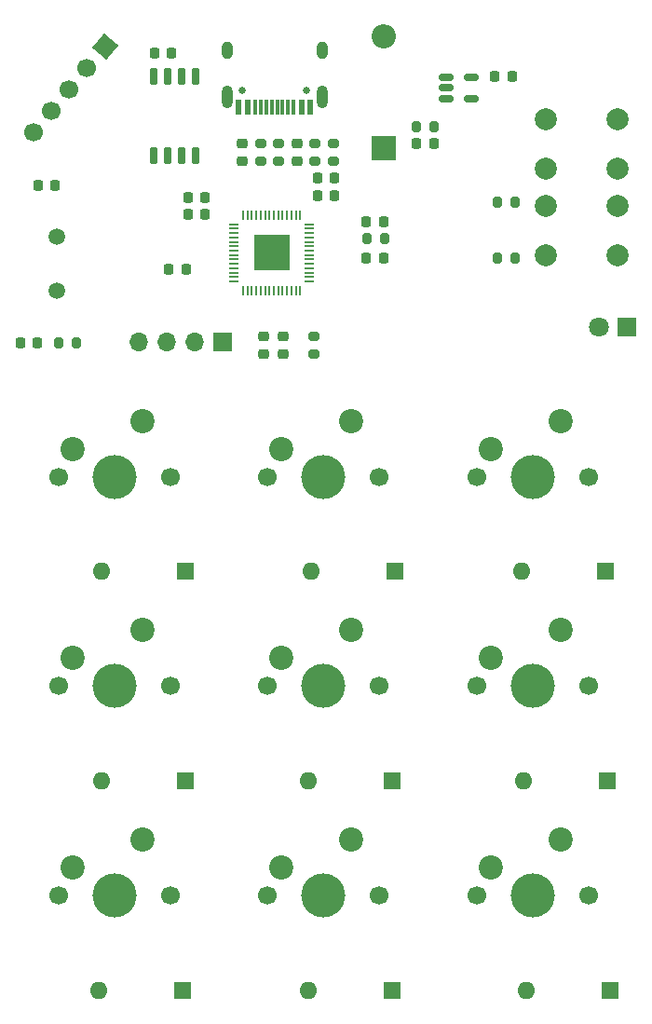
<source format=gbr>
%TF.GenerationSoftware,KiCad,Pcbnew,(6.99.0-4059-gb058ef2d87)*%
%TF.CreationDate,2022-11-01T12:36:00-04:00*%
%TF.ProjectId,rp2040_keyboard,72703230-3430-45f6-9b65-79626f617264,rev?*%
%TF.SameCoordinates,Original*%
%TF.FileFunction,Soldermask,Top*%
%TF.FilePolarity,Negative*%
%FSLAX46Y46*%
G04 Gerber Fmt 4.6, Leading zero omitted, Abs format (unit mm)*
G04 Created by KiCad (PCBNEW (6.99.0-4059-gb058ef2d87)) date 2022-11-01 12:36:00*
%MOMM*%
%LPD*%
G01*
G04 APERTURE LIST*
G04 Aperture macros list*
%AMRoundRect*
0 Rectangle with rounded corners*
0 $1 Rounding radius*
0 $2 $3 $4 $5 $6 $7 $8 $9 X,Y pos of 4 corners*
0 Add a 4 corners polygon primitive as box body*
4,1,4,$2,$3,$4,$5,$6,$7,$8,$9,$2,$3,0*
0 Add four circle primitives for the rounded corners*
1,1,$1+$1,$2,$3*
1,1,$1+$1,$4,$5*
1,1,$1+$1,$6,$7*
1,1,$1+$1,$8,$9*
0 Add four rect primitives between the rounded corners*
20,1,$1+$1,$2,$3,$4,$5,0*
20,1,$1+$1,$4,$5,$6,$7,0*
20,1,$1+$1,$6,$7,$8,$9,0*
20,1,$1+$1,$8,$9,$2,$3,0*%
%AMHorizOval*
0 Thick line with rounded ends*
0 $1 width*
0 $2 $3 position (X,Y) of the first rounded end (center of the circle)*
0 $4 $5 position (X,Y) of the second rounded end (center of the circle)*
0 Add line between two ends*
20,1,$1,$2,$3,$4,$5,0*
0 Add two circle primitives to create the rounded ends*
1,1,$1,$2,$3*
1,1,$1,$4,$5*%
%AMRotRect*
0 Rectangle, with rotation*
0 The origin of the aperture is its center*
0 $1 length*
0 $2 width*
0 $3 Rotation angle, in degrees counterclockwise*
0 Add horizontal line*
21,1,$1,$2,0,0,$3*%
G04 Aperture macros list end*
%ADD10C,2.000000*%
%ADD11C,1.700000*%
%ADD12C,4.000000*%
%ADD13C,2.200000*%
%ADD14RoundRect,0.225000X-0.225000X-0.250000X0.225000X-0.250000X0.225000X0.250000X-0.225000X0.250000X0*%
%ADD15RoundRect,0.225000X0.225000X0.250000X-0.225000X0.250000X-0.225000X-0.250000X0.225000X-0.250000X0*%
%ADD16R,1.600000X1.600000*%
%ADD17O,1.600000X1.600000*%
%ADD18R,2.200000X2.200000*%
%ADD19O,2.200000X2.200000*%
%ADD20RoundRect,0.200000X0.200000X0.275000X-0.200000X0.275000X-0.200000X-0.275000X0.200000X-0.275000X0*%
%ADD21C,0.650000*%
%ADD22R,0.600000X1.450000*%
%ADD23R,0.300000X1.450000*%
%ADD24O,1.000000X2.100000*%
%ADD25O,1.000000X1.600000*%
%ADD26C,1.500000*%
%ADD27R,1.700000X1.700000*%
%ADD28O,1.700000X1.700000*%
%ADD29RoundRect,0.225000X-0.250000X0.225000X-0.250000X-0.225000X0.250000X-0.225000X0.250000X0.225000X0*%
%ADD30RoundRect,0.200000X-0.200000X-0.275000X0.200000X-0.275000X0.200000X0.275000X-0.200000X0.275000X0*%
%ADD31RotRect,1.700000X1.700000X320.000000*%
%ADD32HorizOval,1.700000X0.000000X0.000000X0.000000X0.000000X0*%
%ADD33RoundRect,0.200000X0.275000X-0.200000X0.275000X0.200000X-0.275000X0.200000X-0.275000X-0.200000X0*%
%ADD34RoundRect,0.200000X-0.275000X0.200000X-0.275000X-0.200000X0.275000X-0.200000X0.275000X0.200000X0*%
%ADD35RoundRect,0.150000X0.150000X-0.650000X0.150000X0.650000X-0.150000X0.650000X-0.150000X-0.650000X0*%
%ADD36R,1.800000X1.800000*%
%ADD37C,1.800000*%
%ADD38RoundRect,0.050000X-0.387500X-0.050000X0.387500X-0.050000X0.387500X0.050000X-0.387500X0.050000X0*%
%ADD39RoundRect,0.050000X-0.050000X-0.387500X0.050000X-0.387500X0.050000X0.387500X-0.050000X0.387500X0*%
%ADD40R,3.200000X3.200000*%
%ADD41RoundRect,0.150000X-0.512500X-0.150000X0.512500X-0.150000X0.512500X0.150000X-0.512500X0.150000X0*%
%ADD42RoundRect,0.225000X0.250000X-0.225000X0.250000X0.225000X-0.250000X0.225000X-0.250000X-0.225000X0*%
G04 APERTURE END LIST*
D10*
%TO.C,SW11*%
X152198000Y-59980000D03*
X158698000Y-59980000D03*
X152198000Y-64480000D03*
X158698000Y-64480000D03*
%TD*%
D11*
%TO.C,SW3*%
X107863000Y-130556000D03*
D12*
X112943000Y-130556000D03*
D11*
X118023000Y-130556000D03*
D13*
X115483000Y-125476000D03*
X109133000Y-128016000D03*
%TD*%
D14*
%TO.C,C4*%
X135864000Y-72644000D03*
X137414000Y-72644000D03*
%TD*%
D15*
%TO.C,C16*%
X118148400Y-53949600D03*
X116598400Y-53949600D03*
%TD*%
D16*
%TO.C,D11*%
X157999999Y-139191999D03*
D17*
X150379999Y-139191999D03*
%TD*%
D18*
%TO.C,D2*%
X137413999Y-62610999D03*
D19*
X137413999Y-52450999D03*
%TD*%
D20*
%TO.C,R6*%
X109525000Y-80300000D03*
X107875000Y-80300000D03*
%TD*%
D21*
%TO.C,J1*%
X130398000Y-57412000D03*
X124618000Y-57412000D03*
D22*
X130757999Y-58856999D03*
X129957999Y-58856999D03*
D23*
X128757999Y-58856999D03*
X127757999Y-58856999D03*
X127257999Y-58856999D03*
X126257999Y-58856999D03*
D22*
X125057999Y-58856999D03*
X124257999Y-58856999D03*
X124257999Y-58856999D03*
X125057999Y-58856999D03*
D23*
X125757999Y-58856999D03*
X126757999Y-58856999D03*
X128257999Y-58856999D03*
X129257999Y-58856999D03*
D22*
X129957999Y-58856999D03*
X130757999Y-58856999D03*
D24*
X131827999Y-57941999D03*
D25*
X131827999Y-53761999D03*
D24*
X123187999Y-57941999D03*
D25*
X123187999Y-53761999D03*
%TD*%
D16*
%TO.C,D3*%
X119391999Y-101091999D03*
D17*
X111771999Y-101091999D03*
%TD*%
D26*
%TO.C,Y1*%
X107700000Y-70700000D03*
X107700000Y-75580000D03*
%TD*%
D15*
%TO.C,C12*%
X107575000Y-66000000D03*
X106025000Y-66000000D03*
%TD*%
D11*
%TO.C,SW4*%
X126873000Y-92519000D03*
D12*
X131953000Y-92519000D03*
D11*
X137033000Y-92519000D03*
D13*
X134493000Y-87439000D03*
X128143000Y-89979000D03*
%TD*%
D15*
%TO.C,C1*%
X121175000Y-68600000D03*
X119625000Y-68600000D03*
%TD*%
D27*
%TO.C,J2*%
X122799999Y-80199999D03*
D28*
X120259999Y-80199999D03*
X117719999Y-80199999D03*
X115179999Y-80199999D03*
%TD*%
D29*
%TO.C,C9*%
X128300000Y-79743000D03*
X128300000Y-81293000D03*
%TD*%
D14*
%TO.C,C5*%
X135877000Y-69342000D03*
X137427000Y-69342000D03*
%TD*%
D15*
%TO.C,C15*%
X121175000Y-67100000D03*
X119625000Y-67100000D03*
%TD*%
D30*
%TO.C,R1*%
X135890000Y-70866000D03*
X137540000Y-70866000D03*
%TD*%
D29*
%TO.C,C3*%
X126492000Y-79743000D03*
X126492000Y-81293000D03*
%TD*%
D15*
%TO.C,C13*%
X105975000Y-80300000D03*
X104425000Y-80300000D03*
%TD*%
D14*
%TO.C,C14*%
X131425000Y-66900000D03*
X132975000Y-66900000D03*
%TD*%
D11*
%TO.C,SW2*%
X107863000Y-111506000D03*
D12*
X112943000Y-111506000D03*
D11*
X118023000Y-111506000D03*
D13*
X115483000Y-106426000D03*
X109133000Y-108966000D03*
%TD*%
D31*
%TO.C,J3*%
X112099999Y-53399999D03*
D32*
X110467318Y-55345752D03*
X108834638Y-57291505D03*
X107201957Y-59237258D03*
X105569277Y-61183011D03*
%TD*%
D33*
%TO.C,R7*%
X126268000Y-63817000D03*
X126268000Y-62167000D03*
%TD*%
D34*
%TO.C,R2*%
X131191000Y-62167000D03*
X131191000Y-63817000D03*
%TD*%
%TO.C,R8*%
X127889000Y-62167000D03*
X127889000Y-63817000D03*
%TD*%
D11*
%TO.C,SW7*%
X145923000Y-92519000D03*
D12*
X151003000Y-92519000D03*
D11*
X156083000Y-92519000D03*
D13*
X153543000Y-87439000D03*
X147193000Y-89979000D03*
%TD*%
D14*
%TO.C,C11*%
X147561000Y-56134000D03*
X149111000Y-56134000D03*
%TD*%
%TO.C,C10*%
X131425000Y-65300000D03*
X132975000Y-65300000D03*
%TD*%
D16*
%TO.C,D8*%
X138187999Y-139191999D03*
D17*
X130567999Y-139191999D03*
%TD*%
D11*
%TO.C,SW6*%
X126898400Y-130556000D03*
D12*
X131978400Y-130556000D03*
D11*
X137058400Y-130556000D03*
D13*
X134518400Y-125476000D03*
X128168400Y-128016000D03*
%TD*%
D20*
%TO.C,R10*%
X149415000Y-72644000D03*
X147765000Y-72644000D03*
%TD*%
D34*
%TO.C,R3*%
X132842000Y-62167000D03*
X132842000Y-63817000D03*
%TD*%
D35*
%TO.C,U3*%
X116560600Y-63290000D03*
X117830600Y-63290000D03*
X119100600Y-63290000D03*
X120370600Y-63290000D03*
X120370600Y-56090000D03*
X119100600Y-56090000D03*
X117830600Y-56090000D03*
X116560600Y-56090000D03*
%TD*%
D36*
%TO.C,D1*%
X159516999Y-78866999D03*
D37*
X156977000Y-78867000D03*
%TD*%
D16*
%TO.C,D9*%
X157619999Y-101091999D03*
D17*
X149999999Y-101091999D03*
%TD*%
D20*
%TO.C,R9*%
X149415000Y-67564000D03*
X147765000Y-67564000D03*
%TD*%
D16*
%TO.C,D10*%
X157745999Y-120141999D03*
D17*
X150125999Y-120141999D03*
%TD*%
D16*
%TO.C,D5*%
X119137999Y-139191999D03*
D17*
X111517999Y-139191999D03*
%TD*%
D16*
%TO.C,D6*%
X138441999Y-101091999D03*
D17*
X130821999Y-101091999D03*
%TD*%
D16*
%TO.C,D4*%
X119391999Y-120141999D03*
D17*
X111771999Y-120141999D03*
%TD*%
D38*
%TO.C,U1*%
X123816500Y-69536000D03*
X123816500Y-69936000D03*
X123816500Y-70336000D03*
X123816500Y-70736000D03*
X123816500Y-71136000D03*
X123816500Y-71536000D03*
X123816500Y-71936000D03*
X123816500Y-72336000D03*
X123816500Y-72736000D03*
X123816500Y-73136000D03*
X123816500Y-73536000D03*
X123816500Y-73936000D03*
X123816500Y-74336000D03*
X123816500Y-74736000D03*
D39*
X124654000Y-75573500D03*
X125054000Y-75573500D03*
X125454000Y-75573500D03*
X125854000Y-75573500D03*
X126254000Y-75573500D03*
X126654000Y-75573500D03*
X127054000Y-75573500D03*
X127454000Y-75573500D03*
X127854000Y-75573500D03*
X128254000Y-75573500D03*
X128654000Y-75573500D03*
X129054000Y-75573500D03*
X129454000Y-75573500D03*
X129854000Y-75573500D03*
D38*
X130691500Y-74736000D03*
X130691500Y-74336000D03*
X130691500Y-73936000D03*
X130691500Y-73536000D03*
X130691500Y-73136000D03*
X130691500Y-72736000D03*
X130691500Y-72336000D03*
X130691500Y-71936000D03*
X130691500Y-71536000D03*
X130691500Y-71136000D03*
X130691500Y-70736000D03*
X130691500Y-70336000D03*
X130691500Y-69936000D03*
X130691500Y-69536000D03*
D39*
X129854000Y-68698500D03*
X129454000Y-68698500D03*
X129054000Y-68698500D03*
X128654000Y-68698500D03*
X128254000Y-68698500D03*
X127854000Y-68698500D03*
X127454000Y-68698500D03*
X127054000Y-68698500D03*
X126654000Y-68698500D03*
X126254000Y-68698500D03*
X125854000Y-68698500D03*
X125454000Y-68698500D03*
X125054000Y-68698500D03*
X124654000Y-68698500D03*
D40*
X127253999Y-72135999D03*
%TD*%
D15*
%TO.C,C2*%
X119475000Y-73600000D03*
X117925000Y-73600000D03*
%TD*%
D41*
%TO.C,U2*%
X143134500Y-56200000D03*
X143134500Y-57150000D03*
X143134500Y-58100000D03*
X145409500Y-58100000D03*
X145409500Y-56200000D03*
%TD*%
D11*
%TO.C,SW8*%
X145923000Y-111506000D03*
D12*
X151003000Y-111506000D03*
D11*
X156083000Y-111506000D03*
D13*
X153543000Y-106426000D03*
X147193000Y-108966000D03*
%TD*%
D11*
%TO.C,SW1*%
X107863000Y-92519000D03*
D12*
X112943000Y-92519000D03*
D11*
X118023000Y-92519000D03*
D13*
X115483000Y-87439000D03*
X109133000Y-89979000D03*
%TD*%
D42*
%TO.C,C6*%
X124587000Y-63767000D03*
X124587000Y-62217000D03*
%TD*%
D10*
%TO.C,SW10*%
X152198000Y-67854000D03*
X158698000Y-67854000D03*
X152198000Y-72354000D03*
X158698000Y-72354000D03*
%TD*%
D33*
%TO.C,R4*%
X131064000Y-81343000D03*
X131064000Y-79693000D03*
%TD*%
D16*
%TO.C,D7*%
X138187999Y-120141999D03*
D17*
X130567999Y-120141999D03*
%TD*%
D11*
%TO.C,SW9*%
X145948400Y-130556000D03*
D12*
X151028400Y-130556000D03*
D11*
X156108400Y-130556000D03*
D13*
X153568400Y-125476000D03*
X147218400Y-128016000D03*
%TD*%
D14*
%TO.C,C7*%
X140449000Y-62230000D03*
X141999000Y-62230000D03*
%TD*%
D11*
%TO.C,SW5*%
X126873000Y-111506000D03*
D12*
X131953000Y-111506000D03*
D11*
X137033000Y-111506000D03*
D13*
X134493000Y-106426000D03*
X128143000Y-108966000D03*
%TD*%
D42*
%TO.C,C8*%
X129540000Y-63767000D03*
X129540000Y-62217000D03*
%TD*%
D30*
%TO.C,R5*%
X140399000Y-60706000D03*
X142049000Y-60706000D03*
%TD*%
M02*

</source>
